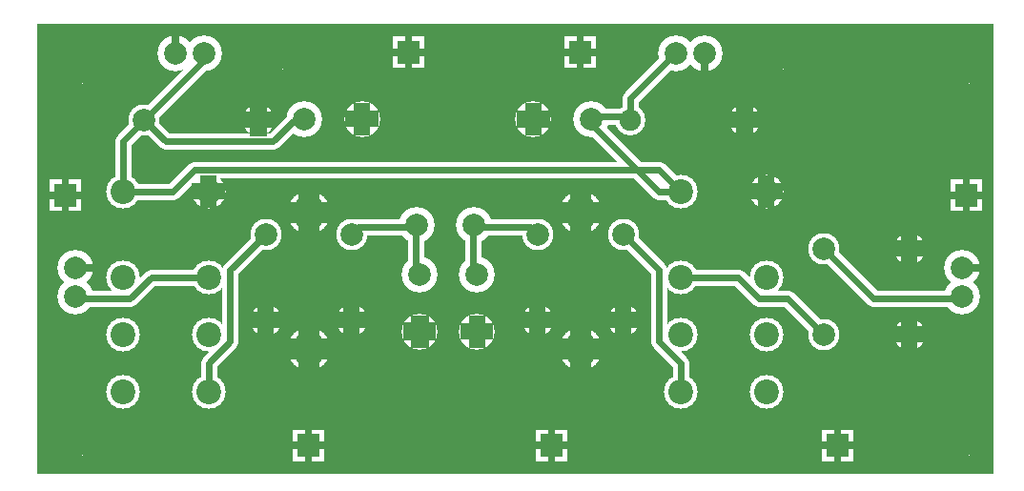
<source format=gbr>
%FSLAX34Y34*%
%MOMM*%
%LNCOPPER_BOTTOM*%
G71*
G01*
%ADD10C,2.700*%
%ADD11C,3.000*%
%ADD12C,3.200*%
%ADD13C,2.800*%
%ADD14C,2.800*%
%ADD15C,3.800*%
%ADD16C,1.400*%
%ADD17C,4.200*%
%ADD18C,1.607*%
%ADD19C,1.447*%
%ADD20C,0.667*%
%ADD21C,0.813*%
%ADD22C,1.860*%
%ADD23C,2.973*%
%ADD24C,1.900*%
%ADD25C,2.200*%
%ADD26C,2.000*%
%ADD27C,2.000*%
%ADD28C,3.000*%
%ADD29C,0.600*%
%ADD30C,4.000*%
%LPD*%
G36*
X0Y400000D02*
X850000Y400000D01*
X850000Y0D01*
X0Y0D01*
X0Y400000D01*
G37*
%LPC*%
X196850Y314400D02*
G54D10*
D03*
X95250Y314400D02*
G54D10*
D03*
X76200Y250899D02*
G54D11*
D03*
X152400Y250899D02*
G54D11*
D03*
X76200Y174699D02*
G54D11*
D03*
X76200Y123899D02*
G54D11*
D03*
X76200Y73099D02*
G54D11*
D03*
X152400Y174699D02*
G54D11*
D03*
X152400Y123899D02*
G54D11*
D03*
X152400Y73099D02*
G54D11*
D03*
X388391Y221571D02*
G54D12*
D03*
X337410Y221459D02*
G54D12*
D03*
X340027Y177473D02*
G54D12*
D03*
X340140Y126492D02*
G54D12*
D03*
X390827Y177473D02*
G54D12*
D03*
X390940Y126492D02*
G54D12*
D03*
X571500Y250899D02*
G54D11*
D03*
X647700Y250900D02*
G54D11*
D03*
X571500Y174700D02*
G54D11*
D03*
X571500Y123900D02*
G54D11*
D03*
X571500Y73100D02*
G54D11*
D03*
X647700Y174700D02*
G54D11*
D03*
X647700Y123900D02*
G54D11*
D03*
X647700Y73100D02*
G54D11*
D03*
X288760Y315225D02*
G54D12*
D03*
X237780Y315113D02*
G54D12*
D03*
X340140Y126492D02*
G54D13*
D03*
X390940Y126492D02*
G54D13*
D03*
X628650Y314400D02*
G54D10*
D03*
X527050Y314400D02*
G54D10*
D03*
X491960Y315225D02*
G54D12*
D03*
X440980Y315113D02*
G54D12*
D03*
X592767Y373347D02*
G54D12*
D03*
X567267Y373347D02*
G54D12*
D03*
X123009Y373322D02*
G54D12*
D03*
X148509Y373322D02*
G54D12*
D03*
X821426Y182763D02*
G54D12*
D03*
X821426Y157264D02*
G54D12*
D03*
X34026Y182763D02*
G54D12*
D03*
X34026Y157264D02*
G54D12*
D03*
X698500Y200100D02*
G54D14*
D03*
X698500Y123900D02*
G54D14*
D03*
X95250Y314400D02*
G54D14*
D03*
X196850Y314400D02*
G54D14*
D03*
X774700Y123900D02*
G54D14*
D03*
X774700Y200100D02*
G54D14*
D03*
X152400Y250899D02*
G54D13*
D03*
X647700Y250900D02*
G54D13*
D03*
X774700Y123900D02*
G54D13*
D03*
X774700Y200100D02*
G54D13*
D03*
X196850Y314400D02*
G54D13*
D03*
X288760Y315225D02*
G54D13*
D03*
X628650Y314400D02*
G54D13*
D03*
X440980Y315113D02*
G54D13*
D03*
X203200Y212800D02*
G54D14*
D03*
X203200Y136600D02*
G54D14*
D03*
X279400Y212800D02*
G54D14*
D03*
X203200Y212800D02*
G54D14*
D03*
X279400Y212800D02*
G54D14*
D03*
X279400Y136600D02*
G54D14*
D03*
X241300Y231850D02*
G54D15*
D03*
X241300Y111200D02*
G54D15*
D03*
X444500Y212800D02*
G54D14*
D03*
X444500Y136600D02*
G54D14*
D03*
X520700Y212800D02*
G54D14*
D03*
X444500Y212800D02*
G54D14*
D03*
X520700Y212800D02*
G54D14*
D03*
X520700Y136600D02*
G54D14*
D03*
X203200Y136600D02*
G54D13*
D03*
X279400Y136600D02*
G54D13*
D03*
X444500Y136600D02*
G54D13*
D03*
X520700Y136600D02*
G54D13*
D03*
X482600Y231850D02*
G54D15*
D03*
X482600Y111200D02*
G54D15*
D03*
G54D16*
X95250Y314400D02*
X146050Y365200D01*
X146050Y371550D01*
X148509Y373322D01*
G54D16*
X95250Y314400D02*
X114300Y295350D01*
X209550Y295350D01*
X228600Y314400D01*
X234950Y314400D01*
X237780Y315113D01*
G54D16*
X95250Y314400D02*
X76200Y295350D01*
X76200Y250900D01*
X76200Y250899D01*
G54D16*
X571500Y250899D02*
X571500Y250900D01*
X552450Y269950D01*
X139700Y269950D01*
X120650Y250900D01*
X76200Y250900D01*
X76200Y250899D01*
G54D16*
X491960Y315225D02*
X488950Y314400D01*
X552450Y250900D01*
X571500Y250900D01*
X571500Y250899D01*
G54D16*
X567267Y373347D02*
X565150Y371550D01*
X527050Y333450D01*
X527050Y314400D01*
G54D16*
X34026Y157264D02*
X31750Y155650D01*
X82550Y155650D01*
X101600Y174700D01*
X152400Y174700D01*
X152400Y174699D01*
G54D16*
X203200Y212800D02*
X171450Y181050D01*
X171450Y117550D01*
X152400Y98500D01*
X152400Y73100D01*
X152400Y73099D01*
G54D16*
X279400Y212800D02*
X285750Y219150D01*
X336550Y219150D01*
X337410Y221459D01*
G54D16*
X340027Y177473D02*
X342900Y174700D01*
X336550Y181050D01*
X336550Y219150D01*
X337410Y221459D01*
G54D16*
X390827Y177473D02*
X393700Y174700D01*
X387350Y181050D01*
X387350Y219150D01*
X388391Y221571D01*
G54D16*
X444500Y212800D02*
X438150Y219150D01*
X387350Y219150D01*
X388391Y221571D01*
G54D16*
X520700Y212800D02*
X552450Y181050D01*
X552450Y117550D01*
X571500Y98500D01*
X571500Y73100D01*
G54D16*
X698500Y123900D02*
X666750Y155650D01*
X641350Y155650D01*
X622300Y174700D01*
X571500Y174700D01*
G54D16*
X698500Y200100D02*
X742950Y155650D01*
X819150Y155650D01*
X821426Y157264D01*
X241300Y111200D02*
G54D15*
D03*
X482600Y111200D02*
G54D15*
D03*
X482600Y231850D02*
G54D15*
D03*
G36*
X227300Y39350D02*
X255300Y39350D01*
X255300Y11350D01*
X227300Y11350D01*
X227300Y39350D01*
G37*
X25400Y31700D02*
G54D17*
D03*
G36*
X443200Y39350D02*
X471200Y39350D01*
X471200Y11350D01*
X443200Y11350D01*
X443200Y39350D01*
G37*
X812800Y31700D02*
G54D17*
D03*
X25400Y361900D02*
G54D17*
D03*
X812800Y361900D02*
G54D17*
D03*
G36*
X316200Y388600D02*
X344200Y388600D01*
X344200Y360600D01*
X316200Y360600D01*
X316200Y388600D01*
G37*
G36*
X468600Y388600D02*
X496600Y388600D01*
X496600Y360600D01*
X468600Y360600D01*
X468600Y388600D01*
G37*
G36*
X697200Y39350D02*
X725200Y39350D01*
X725200Y11350D01*
X697200Y11350D01*
X697200Y39350D01*
G37*
G54D16*
X491960Y315225D02*
X488950Y317500D01*
X527050Y317500D01*
X527050Y314400D01*
X647700Y374600D02*
G54D17*
D03*
X203200Y374600D02*
G54D17*
D03*
G36*
X811500Y261600D02*
X839500Y261600D01*
X839500Y233600D01*
X811500Y233600D01*
X811500Y261600D01*
G37*
G36*
X11400Y261600D02*
X39400Y261600D01*
X39400Y233600D01*
X11400Y233600D01*
X11400Y261600D01*
G37*
%LPD*%
G54D18*
G36*
X332106Y126492D02*
X332106Y140992D01*
X348173Y140992D01*
X348173Y126492D01*
X332106Y126492D01*
G37*
G36*
X340140Y134526D02*
X354640Y134526D01*
X354640Y118459D01*
X340140Y118459D01*
X340140Y134526D01*
G37*
G36*
X348173Y126492D02*
X348173Y111992D01*
X332106Y111992D01*
X332106Y126492D01*
X348173Y126492D01*
G37*
G36*
X340140Y118459D02*
X325640Y118459D01*
X325640Y134526D01*
X340140Y134526D01*
X340140Y118459D01*
G37*
G54D19*
G36*
X383706Y126492D02*
X383706Y140992D01*
X398173Y140992D01*
X398173Y126492D01*
X383706Y126492D01*
G37*
G36*
X390940Y133726D02*
X405440Y133726D01*
X405440Y119259D01*
X390940Y119259D01*
X390940Y133726D01*
G37*
G36*
X398173Y126492D02*
X398173Y111992D01*
X383706Y111992D01*
X383706Y126492D01*
X398173Y126492D01*
G37*
G36*
X390940Y119259D02*
X376440Y119259D01*
X376440Y133726D01*
X390940Y133726D01*
X390940Y119259D01*
G37*
G54D20*
G36*
X596100Y373347D02*
X596100Y356847D01*
X589434Y356847D01*
X589434Y373347D01*
X596100Y373347D01*
G37*
G54D21*
G54D20*
G36*
X119676Y373322D02*
X119676Y389822D01*
X126342Y389822D01*
X126342Y373322D01*
X119676Y373322D01*
G37*
G54D21*
G54D20*
G36*
X821426Y186097D02*
X837926Y186097D01*
X837926Y179430D01*
X821426Y179430D01*
X821426Y186097D01*
G37*
G54D21*
G54D20*
G36*
X34026Y186097D02*
X50526Y186097D01*
X50526Y179430D01*
X34026Y179430D01*
X34026Y186097D01*
G37*
G54D21*
G54D19*
G36*
X145166Y250899D02*
X145166Y265399D01*
X159633Y265399D01*
X159633Y250899D01*
X145166Y250899D01*
G37*
G36*
X152400Y258132D02*
X166900Y258132D01*
X166900Y243666D01*
X152400Y243666D01*
X152400Y258132D01*
G37*
G36*
X159633Y250899D02*
X159633Y236399D01*
X145166Y236399D01*
X145166Y250899D01*
X159633Y250899D01*
G37*
G36*
X152400Y243666D02*
X137900Y243666D01*
X137900Y258132D01*
X152400Y258132D01*
X152400Y243666D01*
G37*
G54D19*
G36*
X640467Y250900D02*
X640467Y265400D01*
X654933Y265400D01*
X654933Y250900D01*
X640467Y250900D01*
G37*
G36*
X647700Y258133D02*
X662200Y258133D01*
X662200Y243666D01*
X647700Y243666D01*
X647700Y258133D01*
G37*
G36*
X654933Y250900D02*
X654933Y236400D01*
X640467Y236400D01*
X640467Y250900D01*
X654933Y250900D01*
G37*
G36*
X647700Y243666D02*
X633200Y243666D01*
X633200Y258133D01*
X647700Y258133D01*
X647700Y243666D01*
G37*
G54D19*
G36*
X767467Y123900D02*
X767467Y138400D01*
X781933Y138400D01*
X781933Y123900D01*
X767467Y123900D01*
G37*
G36*
X774700Y131133D02*
X789200Y131133D01*
X789200Y116667D01*
X774700Y116667D01*
X774700Y131133D01*
G37*
G36*
X781933Y123900D02*
X781933Y109400D01*
X767467Y109400D01*
X767467Y123900D01*
X781933Y123900D01*
G37*
G36*
X774700Y116667D02*
X760200Y116667D01*
X760200Y131133D01*
X774700Y131133D01*
X774700Y116667D01*
G37*
G54D19*
G36*
X767467Y200100D02*
X767467Y214600D01*
X781933Y214600D01*
X781933Y200100D01*
X767467Y200100D01*
G37*
G36*
X774700Y207333D02*
X789200Y207333D01*
X789200Y192867D01*
X774700Y192867D01*
X774700Y207333D01*
G37*
G36*
X781933Y200100D02*
X781933Y185600D01*
X767467Y185600D01*
X767467Y200100D01*
X781933Y200100D01*
G37*
G36*
X774700Y192867D02*
X760200Y192867D01*
X760200Y207333D01*
X774700Y207333D01*
X774700Y192867D01*
G37*
G54D19*
G36*
X189617Y314400D02*
X189617Y328900D01*
X204083Y328900D01*
X204083Y314400D01*
X189617Y314400D01*
G37*
G36*
X196850Y321633D02*
X211350Y321633D01*
X211350Y307167D01*
X196850Y307167D01*
X196850Y321633D01*
G37*
G36*
X204083Y314400D02*
X204083Y299900D01*
X189617Y299900D01*
X189617Y314400D01*
X204083Y314400D01*
G37*
G36*
X196850Y307167D02*
X182350Y307167D01*
X182350Y321633D01*
X196850Y321633D01*
X196850Y307167D01*
G37*
G54D19*
G36*
X281527Y315225D02*
X281527Y329725D01*
X295993Y329725D01*
X295993Y315225D01*
X281527Y315225D01*
G37*
G36*
X288760Y322459D02*
X303260Y322459D01*
X303260Y307992D01*
X288760Y307992D01*
X288760Y322459D01*
G37*
G36*
X295993Y315225D02*
X295993Y300725D01*
X281527Y300725D01*
X281527Y315225D01*
X295993Y315225D01*
G37*
G36*
X288760Y307992D02*
X274260Y307992D01*
X274260Y322459D01*
X288760Y322459D01*
X288760Y307992D01*
G37*
G54D19*
G36*
X621417Y314400D02*
X621417Y328900D01*
X635883Y328900D01*
X635883Y314400D01*
X621417Y314400D01*
G37*
G36*
X628650Y321633D02*
X643150Y321633D01*
X643150Y307167D01*
X628650Y307167D01*
X628650Y321633D01*
G37*
G36*
X635883Y314400D02*
X635883Y299900D01*
X621417Y299900D01*
X621417Y314400D01*
X635883Y314400D01*
G37*
G36*
X628650Y307167D02*
X614150Y307167D01*
X614150Y321633D01*
X628650Y321633D01*
X628650Y307167D01*
G37*
G54D19*
G36*
X433746Y315113D02*
X433746Y329613D01*
X448213Y329613D01*
X448213Y315113D01*
X433746Y315113D01*
G37*
G36*
X440980Y322346D02*
X455480Y322346D01*
X455480Y307880D01*
X440980Y307880D01*
X440980Y322346D01*
G37*
G36*
X448213Y315113D02*
X448213Y300613D01*
X433746Y300613D01*
X433746Y315113D01*
X448213Y315113D01*
G37*
G36*
X440980Y307880D02*
X426480Y307880D01*
X426480Y322346D01*
X440980Y322346D01*
X440980Y307880D01*
G37*
G54D22*
G36*
X232000Y231850D02*
X232000Y251350D01*
X250600Y251350D01*
X250600Y231850D01*
X232000Y231850D01*
G37*
G36*
X241300Y241150D02*
X260800Y241150D01*
X260800Y222550D01*
X241300Y222550D01*
X241300Y241150D01*
G37*
G36*
X250600Y231850D02*
X250600Y212350D01*
X232000Y212350D01*
X232000Y231850D01*
X250600Y231850D01*
G37*
G36*
X241300Y222550D02*
X221800Y222550D01*
X221800Y241150D01*
X241300Y241150D01*
X241300Y222550D01*
G37*
G54D19*
G36*
X195967Y136600D02*
X195967Y151100D01*
X210433Y151100D01*
X210433Y136600D01*
X195967Y136600D01*
G37*
G36*
X203200Y143833D02*
X217700Y143833D01*
X217700Y129367D01*
X203200Y129367D01*
X203200Y143833D01*
G37*
G36*
X210433Y136600D02*
X210433Y122100D01*
X195967Y122100D01*
X195967Y136600D01*
X210433Y136600D01*
G37*
G36*
X203200Y129367D02*
X188700Y129367D01*
X188700Y143833D01*
X203200Y143833D01*
X203200Y129367D01*
G37*
G54D19*
G36*
X272167Y136600D02*
X272167Y151100D01*
X286633Y151100D01*
X286633Y136600D01*
X272167Y136600D01*
G37*
G36*
X279400Y143833D02*
X293900Y143833D01*
X293900Y129367D01*
X279400Y129367D01*
X279400Y143833D01*
G37*
G36*
X286633Y136600D02*
X286633Y122100D01*
X272167Y122100D01*
X272167Y136600D01*
X286633Y136600D01*
G37*
G36*
X279400Y129367D02*
X264900Y129367D01*
X264900Y143833D01*
X279400Y143833D01*
X279400Y129367D01*
G37*
G54D19*
G36*
X437267Y136600D02*
X437267Y151100D01*
X451733Y151100D01*
X451733Y136600D01*
X437267Y136600D01*
G37*
G36*
X444500Y143833D02*
X459000Y143833D01*
X459000Y129367D01*
X444500Y129367D01*
X444500Y143833D01*
G37*
G36*
X451733Y136600D02*
X451733Y122100D01*
X437267Y122100D01*
X437267Y136600D01*
X451733Y136600D01*
G37*
G36*
X444500Y129367D02*
X430000Y129367D01*
X430000Y143833D01*
X444500Y143833D01*
X444500Y129367D01*
G37*
G54D19*
G36*
X513467Y136600D02*
X513467Y151100D01*
X527933Y151100D01*
X527933Y136600D01*
X513467Y136600D01*
G37*
G36*
X520700Y143833D02*
X535200Y143833D01*
X535200Y129367D01*
X520700Y129367D01*
X520700Y143833D01*
G37*
G36*
X527933Y136600D02*
X527933Y122100D01*
X513467Y122100D01*
X513467Y136600D01*
X527933Y136600D01*
G37*
G36*
X520700Y129367D02*
X506200Y129367D01*
X506200Y143833D01*
X520700Y143833D01*
X520700Y129367D01*
G37*
G54D22*
G36*
X232000Y111200D02*
X232000Y130700D01*
X250600Y130700D01*
X250600Y111200D01*
X232000Y111200D01*
G37*
G36*
X241300Y120500D02*
X260800Y120500D01*
X260800Y101900D01*
X241300Y101900D01*
X241300Y120500D01*
G37*
G36*
X250600Y111200D02*
X250600Y91700D01*
X232000Y91700D01*
X232000Y111200D01*
X250600Y111200D01*
G37*
G36*
X241300Y101900D02*
X221800Y101900D01*
X221800Y120500D01*
X241300Y120500D01*
X241300Y101900D01*
G37*
G54D22*
G36*
X473300Y111200D02*
X473300Y130700D01*
X491900Y130700D01*
X491900Y111200D01*
X473300Y111200D01*
G37*
G36*
X482600Y120500D02*
X502100Y120500D01*
X502100Y101900D01*
X482600Y101900D01*
X482600Y120500D01*
G37*
G36*
X491900Y111200D02*
X491900Y91700D01*
X473300Y91700D01*
X473300Y111200D01*
X491900Y111200D01*
G37*
G36*
X482600Y101900D02*
X463100Y101900D01*
X463100Y120500D01*
X482600Y120500D01*
X482600Y101900D01*
G37*
G54D22*
G36*
X473300Y231850D02*
X473300Y251350D01*
X491900Y251350D01*
X491900Y231850D01*
X473300Y231850D01*
G37*
G36*
X482600Y241150D02*
X502100Y241150D01*
X502100Y222550D01*
X482600Y222550D01*
X482600Y241150D01*
G37*
G36*
X491900Y231850D02*
X491900Y212350D01*
X473300Y212350D01*
X473300Y231850D01*
X491900Y231850D01*
G37*
G36*
X482600Y222550D02*
X463100Y222550D01*
X463100Y241150D01*
X482600Y241150D01*
X482600Y222550D01*
G37*
G54D20*
G36*
X237967Y25350D02*
X237967Y39850D01*
X244633Y39850D01*
X244633Y25350D01*
X237967Y25350D01*
G37*
G36*
X241300Y28683D02*
X255800Y28683D01*
X255800Y22017D01*
X241300Y22017D01*
X241300Y28683D01*
G37*
G36*
X244633Y25350D02*
X244633Y10850D01*
X237967Y10850D01*
X237967Y25350D01*
X244633Y25350D01*
G37*
G36*
X241300Y22017D02*
X226800Y22017D01*
X226800Y28683D01*
X241300Y28683D01*
X241300Y22017D01*
G37*
G54D23*
G36*
X25400Y46567D02*
X46900Y46567D01*
X46900Y16833D01*
X25400Y16833D01*
X25400Y46567D01*
G37*
G36*
X40267Y31700D02*
X40267Y10200D01*
X10533Y10200D01*
X10533Y31700D01*
X40267Y31700D01*
G37*
G36*
X25400Y16833D02*
X3900Y16833D01*
X3900Y46567D01*
X25400Y46567D01*
X25400Y16833D01*
G37*
G36*
X10533Y31700D02*
X10533Y53200D01*
X40267Y53200D01*
X40267Y31700D01*
X10533Y31700D01*
G37*
G54D20*
G36*
X453867Y25350D02*
X453867Y39850D01*
X460533Y39850D01*
X460533Y25350D01*
X453867Y25350D01*
G37*
G36*
X457200Y28683D02*
X471700Y28683D01*
X471700Y22017D01*
X457200Y22017D01*
X457200Y28683D01*
G37*
G36*
X460533Y25350D02*
X460533Y10850D01*
X453867Y10850D01*
X453867Y25350D01*
X460533Y25350D01*
G37*
G36*
X457200Y22017D02*
X442700Y22017D01*
X442700Y28683D01*
X457200Y28683D01*
X457200Y22017D01*
G37*
G54D23*
G36*
X812800Y46567D02*
X834300Y46567D01*
X834300Y16833D01*
X812800Y16833D01*
X812800Y46567D01*
G37*
G36*
X827667Y31700D02*
X827667Y10200D01*
X797933Y10200D01*
X797933Y31700D01*
X827667Y31700D01*
G37*
G36*
X812800Y16833D02*
X791300Y16833D01*
X791300Y46567D01*
X812800Y46567D01*
X812800Y16833D01*
G37*
G36*
X797933Y31700D02*
X797933Y53200D01*
X827667Y53200D01*
X827667Y31700D01*
X797933Y31700D01*
G37*
G54D23*
G36*
X25400Y376767D02*
X46900Y376767D01*
X46900Y347033D01*
X25400Y347033D01*
X25400Y376767D01*
G37*
G36*
X40267Y361900D02*
X40267Y340400D01*
X10533Y340400D01*
X10533Y361900D01*
X40267Y361900D01*
G37*
G36*
X25400Y347033D02*
X3900Y347033D01*
X3900Y376767D01*
X25400Y376767D01*
X25400Y347033D01*
G37*
G36*
X10533Y361900D02*
X10533Y383400D01*
X40267Y383400D01*
X40267Y361900D01*
X10533Y361900D01*
G37*
G54D23*
G36*
X812800Y376767D02*
X834300Y376767D01*
X834300Y347033D01*
X812800Y347033D01*
X812800Y376767D01*
G37*
G36*
X827667Y361900D02*
X827667Y340400D01*
X797933Y340400D01*
X797933Y361900D01*
X827667Y361900D01*
G37*
G36*
X812800Y347033D02*
X791300Y347033D01*
X791300Y376767D01*
X812800Y376767D01*
X812800Y347033D01*
G37*
G36*
X797933Y361900D02*
X797933Y383400D01*
X827667Y383400D01*
X827667Y361900D01*
X797933Y361900D01*
G37*
G54D20*
G36*
X326867Y374600D02*
X326867Y389100D01*
X333533Y389100D01*
X333533Y374600D01*
X326867Y374600D01*
G37*
G36*
X330200Y377933D02*
X344700Y377933D01*
X344700Y371267D01*
X330200Y371267D01*
X330200Y377933D01*
G37*
G36*
X333533Y374600D02*
X333533Y360100D01*
X326867Y360100D01*
X326867Y374600D01*
X333533Y374600D01*
G37*
G36*
X330200Y371267D02*
X315700Y371267D01*
X315700Y377933D01*
X330200Y377933D01*
X330200Y371267D01*
G37*
G54D20*
G36*
X479267Y374600D02*
X479267Y389100D01*
X485933Y389100D01*
X485933Y374600D01*
X479267Y374600D01*
G37*
G36*
X482600Y377933D02*
X497100Y377933D01*
X497100Y371267D01*
X482600Y371267D01*
X482600Y377933D01*
G37*
G36*
X485933Y374600D02*
X485933Y360100D01*
X479267Y360100D01*
X479267Y374600D01*
X485933Y374600D01*
G37*
G36*
X482600Y371267D02*
X468100Y371267D01*
X468100Y377933D01*
X482600Y377933D01*
X482600Y371267D01*
G37*
G54D20*
G36*
X707867Y25350D02*
X707867Y39850D01*
X714533Y39850D01*
X714533Y25350D01*
X707867Y25350D01*
G37*
G36*
X711200Y28683D02*
X725700Y28683D01*
X725700Y22017D01*
X711200Y22017D01*
X711200Y28683D01*
G37*
G36*
X714533Y25350D02*
X714533Y10850D01*
X707867Y10850D01*
X707867Y25350D01*
X714533Y25350D01*
G37*
G36*
X711200Y22017D02*
X696700Y22017D01*
X696700Y28683D01*
X711200Y28683D01*
X711200Y22017D01*
G37*
G54D23*
G36*
X647700Y389467D02*
X669200Y389467D01*
X669200Y359733D01*
X647700Y359733D01*
X647700Y389467D01*
G37*
G36*
X662567Y374600D02*
X662567Y353100D01*
X632833Y353100D01*
X632833Y374600D01*
X662567Y374600D01*
G37*
G36*
X647700Y359733D02*
X626200Y359733D01*
X626200Y389467D01*
X647700Y389467D01*
X647700Y359733D01*
G37*
G36*
X632833Y374600D02*
X632833Y396100D01*
X662567Y396100D01*
X662567Y374600D01*
X632833Y374600D01*
G37*
G54D23*
G36*
X203200Y389467D02*
X224700Y389467D01*
X224700Y359733D01*
X203200Y359733D01*
X203200Y389467D01*
G37*
G36*
X218067Y374600D02*
X218067Y353100D01*
X188333Y353100D01*
X188333Y374600D01*
X218067Y374600D01*
G37*
G36*
X203200Y359733D02*
X181700Y359733D01*
X181700Y389467D01*
X203200Y389467D01*
X203200Y359733D01*
G37*
G36*
X188333Y374600D02*
X188333Y396100D01*
X218067Y396100D01*
X218067Y374600D01*
X188333Y374600D01*
G37*
G54D20*
G36*
X822167Y247600D02*
X822167Y262100D01*
X828833Y262100D01*
X828833Y247600D01*
X822167Y247600D01*
G37*
G36*
X825500Y250933D02*
X840000Y250933D01*
X840000Y244267D01*
X825500Y244267D01*
X825500Y250933D01*
G37*
G36*
X828833Y247600D02*
X828833Y233100D01*
X822167Y233100D01*
X822167Y247600D01*
X828833Y247600D01*
G37*
G36*
X825500Y244267D02*
X811000Y244267D01*
X811000Y250933D01*
X825500Y250933D01*
X825500Y244267D01*
G37*
G54D20*
G36*
X22067Y247600D02*
X22067Y262100D01*
X28733Y262100D01*
X28733Y247600D01*
X22067Y247600D01*
G37*
G36*
X25400Y250933D02*
X39900Y250933D01*
X39900Y244267D01*
X25400Y244267D01*
X25400Y250933D01*
G37*
G36*
X28733Y247600D02*
X28733Y233100D01*
X22067Y233100D01*
X22067Y247600D01*
X28733Y247600D01*
G37*
G36*
X25400Y244267D02*
X10900Y244267D01*
X10900Y250933D01*
X25400Y250933D01*
X25400Y244267D01*
G37*
X196850Y314400D02*
G54D24*
D03*
X95250Y314400D02*
G54D24*
D03*
X76200Y250899D02*
G54D25*
D03*
X152400Y250899D02*
G54D25*
D03*
X76200Y174699D02*
G54D25*
D03*
X76200Y123899D02*
G54D25*
D03*
X76200Y73099D02*
G54D25*
D03*
X152400Y174699D02*
G54D25*
D03*
X152400Y123899D02*
G54D25*
D03*
X152400Y73099D02*
G54D25*
D03*
X388391Y221571D02*
G54D26*
D03*
X337410Y221459D02*
G54D26*
D03*
X340027Y177473D02*
G54D26*
D03*
X340140Y126492D02*
G54D26*
D03*
X390827Y177473D02*
G54D26*
D03*
X390940Y126492D02*
G54D26*
D03*
X571500Y250899D02*
G54D25*
D03*
X647700Y250900D02*
G54D25*
D03*
X571500Y174700D02*
G54D25*
D03*
X571500Y123900D02*
G54D25*
D03*
X571500Y73100D02*
G54D25*
D03*
X647700Y174700D02*
G54D25*
D03*
X647700Y123900D02*
G54D25*
D03*
X647700Y73100D02*
G54D25*
D03*
X288760Y315225D02*
G54D26*
D03*
X237780Y315113D02*
G54D26*
D03*
X340140Y126492D02*
G54D27*
D03*
X390940Y126492D02*
G54D27*
D03*
X628650Y314400D02*
G54D24*
D03*
X527050Y314400D02*
G54D24*
D03*
X491960Y315225D02*
G54D26*
D03*
X440980Y315113D02*
G54D26*
D03*
X592767Y373347D02*
G54D26*
D03*
X567267Y373347D02*
G54D26*
D03*
X123009Y373322D02*
G54D26*
D03*
X148509Y373322D02*
G54D26*
D03*
X821426Y182763D02*
G54D26*
D03*
X821426Y157264D02*
G54D26*
D03*
X34026Y182763D02*
G54D26*
D03*
X34026Y157264D02*
G54D26*
D03*
X698500Y200100D02*
G54D26*
D03*
X698500Y123900D02*
G54D26*
D03*
X95250Y314400D02*
G54D26*
D03*
X196850Y314400D02*
G54D26*
D03*
X774700Y123900D02*
G54D26*
D03*
X774700Y200100D02*
G54D26*
D03*
X152400Y250899D02*
G54D27*
D03*
X647700Y250900D02*
G54D27*
D03*
X774700Y123900D02*
G54D27*
D03*
X774700Y200100D02*
G54D27*
D03*
X196850Y314400D02*
G54D27*
D03*
X288760Y315225D02*
G54D27*
D03*
X628650Y314400D02*
G54D27*
D03*
X440980Y315113D02*
G54D27*
D03*
X203200Y212800D02*
G54D26*
D03*
X203200Y136600D02*
G54D26*
D03*
X279400Y212800D02*
G54D26*
D03*
X203200Y212800D02*
G54D26*
D03*
X279400Y212800D02*
G54D26*
D03*
X279400Y136600D02*
G54D26*
D03*
X241300Y231850D02*
G54D28*
D03*
X241300Y111200D02*
G54D28*
D03*
X444500Y212800D02*
G54D26*
D03*
X444500Y136600D02*
G54D26*
D03*
X520700Y212800D02*
G54D26*
D03*
X444500Y212800D02*
G54D26*
D03*
X520700Y212800D02*
G54D26*
D03*
X520700Y136600D02*
G54D26*
D03*
X203200Y136600D02*
G54D27*
D03*
X279400Y136600D02*
G54D27*
D03*
X444500Y136600D02*
G54D27*
D03*
X520700Y136600D02*
G54D27*
D03*
X482600Y231850D02*
G54D28*
D03*
X482600Y111200D02*
G54D28*
D03*
G54D29*
X95250Y314400D02*
X146050Y365200D01*
X146050Y371550D01*
X148509Y373322D01*
G54D29*
X95250Y314400D02*
X114300Y295350D01*
X209550Y295350D01*
X228600Y314400D01*
X234950Y314400D01*
X237780Y315113D01*
G54D29*
X95250Y314400D02*
X76200Y295350D01*
X76200Y250900D01*
X76200Y250899D01*
G54D29*
X571500Y250899D02*
X571500Y250900D01*
X552450Y269950D01*
X139700Y269950D01*
X120650Y250900D01*
X76200Y250900D01*
X76200Y250899D01*
G54D29*
X491960Y315225D02*
X488950Y314400D01*
X552450Y250900D01*
X571500Y250900D01*
X571500Y250899D01*
G54D29*
X567267Y373347D02*
X565150Y371550D01*
X527050Y333450D01*
X527050Y314400D01*
G54D29*
X34026Y157264D02*
X31750Y155650D01*
X82550Y155650D01*
X101600Y174700D01*
X152400Y174700D01*
X152400Y174699D01*
G54D29*
X203200Y212800D02*
X171450Y181050D01*
X171450Y117550D01*
X152400Y98500D01*
X152400Y73100D01*
X152400Y73099D01*
G54D29*
X279400Y212800D02*
X285750Y219150D01*
X336550Y219150D01*
X337410Y221459D01*
G54D29*
X340027Y177473D02*
X342900Y174700D01*
X336550Y181050D01*
X336550Y219150D01*
X337410Y221459D01*
G54D29*
X390827Y177473D02*
X393700Y174700D01*
X387350Y181050D01*
X387350Y219150D01*
X388391Y221571D01*
G54D29*
X444500Y212800D02*
X438150Y219150D01*
X387350Y219150D01*
X388391Y221571D01*
G54D29*
X520700Y212800D02*
X552450Y181050D01*
X552450Y117550D01*
X571500Y98500D01*
X571500Y73100D01*
G54D29*
X698500Y123900D02*
X666750Y155650D01*
X641350Y155650D01*
X622300Y174700D01*
X571500Y174700D01*
G54D29*
X698500Y200100D02*
X742950Y155650D01*
X819150Y155650D01*
X821426Y157264D01*
X241300Y111200D02*
G54D28*
D03*
X482600Y111200D02*
G54D28*
D03*
X482600Y231850D02*
G54D28*
D03*
G36*
X231300Y35350D02*
X251300Y35350D01*
X251300Y15350D01*
X231300Y15350D01*
X231300Y35350D01*
G37*
X25400Y31700D02*
G54D30*
D03*
G36*
X447200Y35350D02*
X467200Y35350D01*
X467200Y15350D01*
X447200Y15350D01*
X447200Y35350D01*
G37*
X812800Y31700D02*
G54D30*
D03*
X25400Y361900D02*
G54D30*
D03*
X812800Y361900D02*
G54D30*
D03*
G36*
X320200Y384600D02*
X340200Y384600D01*
X340200Y364600D01*
X320200Y364600D01*
X320200Y384600D01*
G37*
G36*
X472600Y384600D02*
X492600Y384600D01*
X492600Y364600D01*
X472600Y364600D01*
X472600Y384600D01*
G37*
G36*
X701200Y35350D02*
X721200Y35350D01*
X721200Y15350D01*
X701200Y15350D01*
X701200Y35350D01*
G37*
G54D29*
X491960Y315225D02*
X488950Y317500D01*
X527050Y317500D01*
X527050Y314400D01*
X647700Y374600D02*
G54D30*
D03*
X203200Y374600D02*
G54D30*
D03*
G36*
X815500Y257600D02*
X835500Y257600D01*
X835500Y237600D01*
X815500Y237600D01*
X815500Y257600D01*
G37*
G36*
X15400Y257600D02*
X35400Y257600D01*
X35400Y237600D01*
X15400Y237600D01*
X15400Y257600D01*
G37*
M02*

</source>
